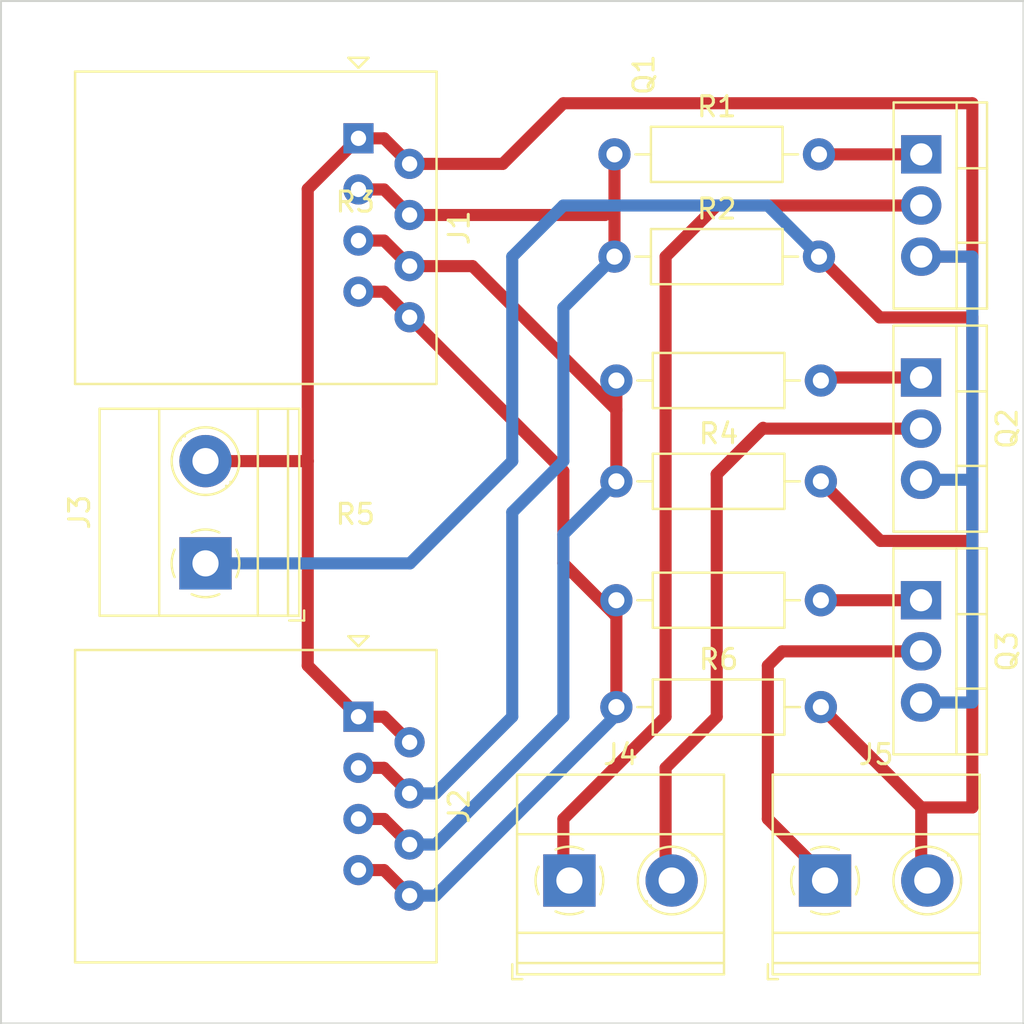
<source format=kicad_pcb>
(kicad_pcb (version 20221018) (generator pcbnew)
  (layers (0 "F.Cu" signal) (31 "B.Cu" signal) (34 "B.Paste" user) (35 "F.Paste" user) (36 "B.SilkS" user "B.Silkscreen") (37 "F.SilkS" user "F.Silkscreen") (38 "B.Mask" user) (39 "F.Mask" user) (44 "Edge.Cuts" user))
  (net 0 "")
  (net 1 "Net-(J3-Pin_1)")
  (net 2 "Net-(J3-Pin_2)")
  (net 3 "Net-(J4-Pin_1)")
  (net 4 "Net-(J4-Pin_2)")
  (net 5 "Net-(J5-Pin_1)")
  (net 6 "Net-(Q1-G)")
  (net 7 "Net-(Q2-G)")
  (net 8 "Net-(Q3-G)")
  (net 9 "Net-(J1-Pad7)")
  (net 10 "Net-(J1-Pad5)")
  (net 11 "Net-(J1-Pad3)")
  (footprint "Package_TO_SOT_THT:TO-220-3_Vertical" (layer "F.Cu") (at 99.04963 80.571791 -90)
    (fp_text reference "Q3" (at 2.54 -4.27 90) (layer "F.SilkS"))
    (fp_text value "IRLZ44N")
    (fp_line (start -2.58 -3.27) (end -2.58 1.371) (stroke (width 0.12)) (layer "F.SilkS"))
    (fp_line (start -2.58 -3.27) (end 7.66 -3.27) (stroke (width 0.12)) (layer "F.SilkS"))
    (fp_line (start -2.58 -1.76) (end 7.66 -1.76) (stroke (width 0.12)) (layer "F.SilkS"))
    (fp_line (start -2.58 1.371) (end 7.66 1.371) (stroke (width 0.12)) (layer "F.SilkS"))
    (fp_line (start 0.69 -3.27) (end 0.69 -1.76) (stroke (width 0.12)) (layer "F.SilkS"))
    (fp_line (start 4.391 -3.27) (end 4.391 -1.76) (stroke (width 0.12)) (layer "F.SilkS"))
    (fp_line (start 7.66 -3.27) (end 7.66 1.371) (stroke (width 0.12)) (layer "F.SilkS"))
    (pad "1" thru_hole rect (at 0 0 270) (size 1.905 2) (drill 1.1) (layers "*.Cu" "*.Mask") (net 8 "Net-(Q3-G)"))
    (pad "2" thru_hole oval (at 2.54 0 270) (size 1.905 2) (drill 1.1) (layers "*.Cu" "*.Mask") (net 5 "Net-(J5-Pin_1)"))
    (pad "3" thru_hole oval (at 5.08 0 270) (size 1.905 2) (drill 1.1) (layers "*.Cu" "*.Mask") (net 2 "Net-(J3-Pin_2)"))
  )
  (footprint "Resistor_THT:R_Axial_DIN0207_L6.3mm_D2.5mm_P10.16mm_Horizontal" (layer "F.Cu") (at 83.913468 85.880248)
    (fp_text reference "R6" (at 5.08 -2.37) (layer "F.SilkS"))
    (fp_text value "1k")
    (fp_line (start 1.04 0) (end 1.81 0) (stroke (width 0.12)) (layer "F.SilkS"))
    (fp_line (start 1.81 -1.37) (end 1.81 1.37) (stroke (width 0.12)) (layer "F.SilkS"))
    (fp_line (start 1.81 1.37) (end 8.35 1.37) (stroke (width 0.12)) (layer "F.SilkS"))
    (fp_line (start 8.35 -1.37) (end 1.81 -1.37) (stroke (width 0.12)) (layer "F.SilkS"))
    (fp_line (start 8.35 1.37) (end 8.35 -1.37) (stroke (width 0.12)) (layer "F.SilkS"))
    (fp_line (start 9.12 0) (end 8.35 0) (stroke (width 0.12)) (layer "F.SilkS"))
    (pad "1" thru_hole circle (at 0 0) (size 1.6 1.6) (drill 0.8) (layers "*.Cu" "*.Mask") (net 9 "Net-(J1-Pad7)"))
    (pad "2" thru_hole oval (at 10.16 0) (size 1.6 1.6) (drill 0.8) (layers "*.Cu" "*.Mask") (net 1 "Net-(J3-Pin_1)"))
  )
  (footprint "Resistor_THT:R_Axial_DIN0207_L6.3mm_D2.5mm_P10.16mm_Horizontal" (layer "F.Cu") (at 83.913468 69.655809)
    (fp_text reference "R3" (at -12.97 -8.87) (layer "F.SilkS"))
    (fp_text value "1k")
    (fp_line (start 1.04 0) (end 1.81 0) (stroke (width 0.12)) (layer "F.SilkS"))
    (fp_line (start 1.81 -1.37) (end 1.81 1.37) (stroke (width 0.12)) (layer "F.SilkS"))
    (fp_line (start 1.81 1.37) (end 8.35 1.37) (stroke (width 0.12)) (layer "F.SilkS"))
    (fp_line (start 8.35 -1.37) (end 1.81 -1.37) (stroke (width 0.12)) (layer "F.SilkS"))
    (fp_line (start 8.35 1.37) (end 8.35 -1.37) (stroke (width 0.12)) (layer "F.SilkS"))
    (fp_line (start 9.12 0) (end 8.35 0) (stroke (width 0.12)) (layer "F.SilkS"))
    (pad "1" thru_hole circle (at 0 0) (size 1.6 1.6) (drill 0.8) (layers "*.Cu" "*.Mask") (net 10 "Net-(J1-Pad5)"))
    (pad "2" thru_hole oval (at 10.16 0) (size 1.6 1.6) (drill 0.8) (layers "*.Cu" "*.Mask") (net 7 "Net-(Q2-G)"))
  )
  (footprint "Resistor_THT:R_Axial_DIN0207_L6.3mm_D2.5mm_P10.16mm_Horizontal" (layer "F.Cu") (at 83.913468 80.571791)
    (fp_text reference "R5" (at -12.97 -4.27) (layer "F.SilkS"))
    (fp_text value "1k")
    (fp_line (start 1.04 0) (end 1.81 0) (stroke (width 0.12)) (layer "F.SilkS"))
    (fp_line (start 1.81 -1.37) (end 1.81 1.37) (stroke (width 0.12)) (layer "F.SilkS"))
    (fp_line (start 1.81 1.37) (end 8.35 1.37) (stroke (width 0.12)) (layer "F.SilkS"))
    (fp_line (start 8.35 -1.37) (end 1.81 -1.37) (stroke (width 0.12)) (layer "F.SilkS"))
    (fp_line (start 8.35 1.37) (end 8.35 -1.37) (stroke (width 0.12)) (layer "F.SilkS"))
    (fp_line (start 9.12 0) (end 8.35 0) (stroke (width 0.12)) (layer "F.SilkS"))
    (pad "1" thru_hole circle (at 0 0) (size 1.6 1.6) (drill 0.8) (layers "*.Cu" "*.Mask") (net 9 "Net-(J1-Pad7)"))
    (pad "2" thru_hole oval (at 10.16 0) (size 1.6 1.6) (drill 0.8) (layers "*.Cu" "*.Mask") (net 8 "Net-(Q3-G)"))
  )
  (footprint "Package_TO_SOT_THT:TO-220-3_Vertical" (layer "F.Cu") (at 99.06 58.42 -90)
    (fp_text reference "Q1" (at -3.96 13.78 90) (layer "F.SilkS"))
    (fp_text value "IRLZ44N")
    (fp_line (start -2.58 -3.27) (end -2.58 1.371) (stroke (width 0.12)) (layer "F.SilkS"))
    (fp_line (start -2.58 -3.27) (end 7.66 -3.27) (stroke (width 0.12)) (layer "F.SilkS"))
    (fp_line (start -2.58 -1.76) (end 7.66 -1.76) (stroke (width 0.12)) (layer "F.SilkS"))
    (fp_line (start -2.58 1.371) (end 7.66 1.371) (stroke (width 0.12)) (layer "F.SilkS"))
    (fp_line (start 0.69 -3.27) (end 0.69 -1.76) (stroke (width 0.12)) (layer "F.SilkS"))
    (fp_line (start 4.391 -3.27) (end 4.391 -1.76) (stroke (width 0.12)) (layer "F.SilkS"))
    (fp_line (start 7.66 -3.27) (end 7.66 1.371) (stroke (width 0.12)) (layer "F.SilkS"))
    (pad "1" thru_hole rect (at 0 0 270) (size 1.905 2) (drill 1.1) (layers "*.Cu" "*.Mask") (net 6 "Net-(Q1-G)"))
    (pad "2" thru_hole oval (at 2.54 0 270) (size 1.905 2) (drill 1.1) (layers "*.Cu" "*.Mask") (net 3 "Net-(J4-Pin_1)"))
    (pad "3" thru_hole oval (at 5.08 0 270) (size 1.905 2) (drill 1.1) (layers "*.Cu" "*.Mask") (net 2 "Net-(J3-Pin_2)"))
  )
  (footprint "Connector_RJ:RJ45_Amphenol_54602-x08_Horizontal" (layer "F.Cu") (at 71.1 86.36 -90)
    (fp_text reference "J2" (at 4.445 -5 90) (layer "F.SilkS"))
    (fp_text value "RJ45")
    (fp_line (start -4 -0.5) (end -4 0.5) (stroke (width 0.12)) (layer "F.SilkS"))
    (fp_line (start -4 0.5) (end -3.5 0) (stroke (width 0.12)) (layer "F.SilkS"))
    (fp_line (start -3.5 0) (end -4 -0.5) (stroke (width 0.12)) (layer "F.SilkS"))
    (fp_line (start -3.315 -3.88) (end -3.315 14.08) (stroke (width 0.12)) (layer "F.SilkS"))
    (fp_line (start -3.315 14.08) (end 12.205 14.08) (stroke (width 0.12)) (layer "F.SilkS"))
    (fp_line (start 12.205 -3.88) (end -3.315 -3.88) (stroke (width 0.12)) (layer "F.SilkS"))
    (fp_line (start 12.205 -3.88) (end 12.205 14.08) (stroke (width 0.12)) (layer "F.SilkS"))
    (pad "" np_thru_hole circle (at -1.27 6.35 270) (size 3.2 3.2) (drill 3.2) (layers "*.Cu" "*.Mask"))
    (pad "" np_thru_hole circle (at 10.16 6.35 270) (size 3.2 3.2) (drill 3.2) (layers "*.Cu" "*.Mask"))
    (pad "1" thru_hole rect (at 0 0 270) (size 1.5 1.5) (drill 0.76) (layers "*.Cu" "*.Mask") (net 2 "Net-(J3-Pin_2)"))
    (pad "2" thru_hole circle (at 1.27 -2.54 270) (size 1.5 1.5) (drill 0.76) (layers "*.Cu" "*.Mask") (net 2 "Net-(J3-Pin_2)"))
    (pad "3" thru_hole circle (at 2.54 0 270) (size 1.5 1.5) (drill 0.76) (layers "*.Cu" "*.Mask") (net 11 "Net-(J1-Pad3)"))
    (pad "4" thru_hole circle (at 3.81 -2.54 270) (size 1.5 1.5) (drill 0.76) (layers "*.Cu" "*.Mask") (net 11 "Net-(J1-Pad3)"))
    (pad "5" thru_hole circle (at 5.08 0 270) (size 1.5 1.5) (drill 0.76) (layers "*.Cu" "*.Mask") (net 10 "Net-(J1-Pad5)"))
    (pad "6" thru_hole circle (at 6.35 -2.54 270) (size 1.5 1.5) (drill 0.76) (layers "*.Cu" "*.Mask") (net 10 "Net-(J1-Pad5)"))
    (pad "7" thru_hole circle (at 7.62 0 270) (size 1.5 1.5) (drill 0.76) (layers "*.Cu" "*.Mask") (net 9 "Net-(J1-Pad7)"))
    (pad "8" thru_hole circle (at 8.89 -2.54 270) (size 1.5 1.5) (drill 0.76) (layers "*.Cu" "*.Mask") (net 9 "Net-(J1-Pad7)"))
  )
  (footprint "TerminalBlock_Phoenix:TerminalBlock_Phoenix_MKDS-1,5-2-5.08_1x02_P5.08mm_Horizontal" (layer "F.Cu") (at 94.280947 94.49763)
    (fp_text reference "J5" (at 2.54 -6.26) (layer "F.SilkS"))
    (fp_text value "Screw_Terminal_01x02" hide)
    (fp_line (start -2.84 4.16) (end -2.84 4.9) (stroke (width 0.12)) (layer "F.SilkS"))
    (fp_line (start -2.84 4.9) (end -2.34 4.9) (stroke (width 0.12)) (layer "F.SilkS"))
    (fp_line (start -2.6 -5.261) (end -2.6 4.66) (stroke (width 0.12)) (layer "F.SilkS"))
    (fp_line (start -2.6 -5.261) (end 7.68 -5.261) (stroke (width 0.12)) (layer "F.SilkS"))
    (fp_line (start -2.6 -2.301) (end 7.68 -2.301) (stroke (width 0.12)) (layer "F.SilkS"))
    (fp_line (start -2.6 2.6) (end 7.68 2.6) (stroke (width 0.12)) (layer "F.SilkS"))
    (fp_line (start -2.6 4.1) (end 7.68 4.1) (stroke (width 0.12)) (layer "F.SilkS"))
    (fp_line (start -2.6 4.66) (end 7.68 4.66) (stroke (width 0.12)) (layer "F.SilkS"))
    (fp_line (start 3.853 1.023) (end 3.806 1.069) (stroke (width 0.12)) (layer "F.SilkS"))
    (fp_line (start 4.046 1.239) (end 4.011 1.274) (stroke (width 0.12)) (layer "F.SilkS"))
    (fp_line (start 6.15 -1.275) (end 6.115 -1.239) (stroke (width 0.12)) (layer "F.SilkS"))
    (fp_line (start 6.355 -1.069) (end 6.308 -1.023) (stroke (width 0.12)) (layer "F.SilkS"))
    (fp_line (start 7.68 -5.261) (end 7.68 4.66) (stroke (width 0.12)) (layer "F.SilkS"))
    (fp_arc (start -1.535427 0.683042) (mid -1.680501 -0.000524) (end -1.535 -0.684) (stroke (width 0.12)) (layer "F.SilkS"))
    (fp_arc (start -0.683042 -1.535427) (mid 0.000524 -1.680501) (end 0.684 -1.535) (stroke (width 0.12)) (layer "F.SilkS"))
    (fp_arc (start 0.028805 1.680253) (mid -0.335551 1.646659) (end -0.684 1.535) (stroke (width 0.12)) (layer "F.SilkS"))
    (fp_arc (start 0.683318 1.534756) (mid 0.349292 1.643288) (end 0 1.68) (stroke (width 0.12)) (layer "F.SilkS"))
    (fp_arc (start 1.535427 -0.683042) (mid 1.680501 0.000524) (end 1.535 0.684) (stroke (width 0.12)) (layer "F.SilkS"))
    (fp_circle (center 5.08 0) (end 6.76 0) (stroke (width 0.12)) (fill none) (layer "F.SilkS"))
    (pad "1" thru_hole rect (at 0 0) (size 2.6 2.6) (drill 1.3) (layers "*.Cu" "*.Mask") (net 5 "Net-(J5-Pin_1)"))
    (pad "2" thru_hole circle (at 5.08 0) (size 2.6 2.6) (drill 1.3) (layers "*.Cu" "*.Mask") (net 1 "Net-(J3-Pin_1)"))
  )
  (footprint "Connector_RJ:RJ45_Amphenol_54602-x08_Horizontal" (layer "F.Cu") (at 71.1 57.6225 -90)
    (fp_text reference "J1" (at 4.445 -5 90) (layer "F.SilkS"))
    (fp_text value "RJ45")
    (fp_line (start -4 -0.5) (end -4 0.5) (stroke (width 0.12)) (layer "F.SilkS"))
    (fp_line (start -4 0.5) (end -3.5 0) (stroke (width 0.12)) (layer "F.SilkS"))
    (fp_line (start -3.5 0) (end -4 -0.5) (stroke (width 0.12)) (layer "F.SilkS"))
    (fp_line (start -3.315 -3.88) (end -3.315 14.08) (stroke (width 0.12)) (layer "F.SilkS"))
    (fp_line (start -3.315 14.08) (end 12.205 14.08) (stroke (width 0.12)) (layer "F.SilkS"))
    (fp_line (start 12.205 -3.88) (end -3.315 -3.88) (stroke (width 0.12)) (layer "F.SilkS"))
    (fp_line (start 12.205 -3.88) (end 12.205 14.08) (stroke (width 0.12)) (layer "F.SilkS"))
    (pad "" np_thru_hole circle (at -1.27 6.35 270) (size 3.2 3.2) (drill 3.2) (layers "*.Cu" "*.Mask"))
    (pad "" np_thru_hole circle (at 10.16 6.35 270) (size 3.2 3.2) (drill 3.2) (layers "*.Cu" "*.Mask"))
    (pad "1" thru_hole rect (at 0 0 270) (size 1.5 1.5) (drill 0.76) (layers "*.Cu" "*.Mask") (net 2 "Net-(J3-Pin_2)"))
    (pad "2" thru_hole circle (at 1.27 -2.54 270) (size 1.5 1.5) (drill 0.76) (layers "*.Cu" "*.Mask") (net 2 "Net-(J3-Pin_2)"))
    (pad "3" thru_hole circle (at 2.54 0 270) (size 1.5 1.5) (drill 0.76) (layers "*.Cu" "*.Mask") (net 11 "Net-(J1-Pad3)"))
    (pad "4" thru_hole circle (at 3.81 -2.54 270) (size 1.5 1.5) (drill 0.76) (layers "*.Cu" "*.Mask") (net 11 "Net-(J1-Pad3)"))
    (pad "5" thru_hole circle (at 5.08 0 270) (size 1.5 1.5) (drill 0.76) (layers "*.Cu" "*.Mask") (net 10 "Net-(J1-Pad5)"))
    (pad "6" thru_hole circle (at 6.35 -2.54 270) (size 1.5 1.5) (drill 0.76) (layers "*.Cu" "*.Mask") (net 10 "Net-(J1-Pad5)"))
    (pad "7" thru_hole circle (at 7.62 0 270) (size 1.5 1.5) (drill 0.76) (layers "*.Cu" "*.Mask") (net 9 "Net-(J1-Pad7)"))
    (pad "8" thru_hole circle (at 8.89 -2.54 270) (size 1.5 1.5) (drill 0.76) (layers "*.Cu" "*.Mask") (net 9 "Net-(J1-Pad7)"))
  )
  (footprint "Resistor_THT:R_Axial_DIN0207_L6.3mm_D2.5mm_P10.16mm_Horizontal" (layer "F.Cu") (at 83.913468 74.665198)
    (fp_text reference "R4" (at 5.08 -2.37) (layer "F.SilkS"))
    (fp_text value "1k")
    (fp_line (start 1.04 0) (end 1.81 0) (stroke (width 0.12)) (layer "F.SilkS"))
    (fp_line (start 1.81 -1.37) (end 1.81 1.37) (stroke (width 0.12)) (layer "F.SilkS"))
    (fp_line (start 1.81 1.37) (end 8.35 1.37) (stroke (width 0.12)) (layer "F.SilkS"))
    (fp_line (start 8.35 -1.37) (end 1.81 -1.37) (stroke (width 0.12)) (layer "F.SilkS"))
    (fp_line (start 8.35 1.37) (end 8.35 -1.37) (stroke (width 0.12)) (layer "F.SilkS"))
    (fp_line (start 9.12 0) (end 8.35 0) (stroke (width 0.12)) (layer "F.SilkS"))
    (pad "1" thru_hole circle (at 0 0) (size 1.6 1.6) (drill 0.8) (layers "*.Cu" "*.Mask") (net 10 "Net-(J1-Pad5)"))
    (pad "2" thru_hole oval (at 10.16 0) (size 1.6 1.6) (drill 0.8) (layers "*.Cu" "*.Mask") (net 1 "Net-(J3-Pin_1)"))
  )
  (footprint "Package_TO_SOT_THT:TO-220-3_Vertical" (layer "F.Cu") (at 99.04963 69.506275 -90)
    (fp_text reference "Q2" (at 2.54 -4.27 90) (layer "F.SilkS"))
    (fp_text value "IRLZ44N")
    (fp_line (start -2.58 -3.27) (end -2.58 1.371) (stroke (width 0.12)) (layer "F.SilkS"))
    (fp_line (start -2.58 -3.27) (end 7.66 -3.27) (stroke (width 0.12)) (layer "F.SilkS"))
    (fp_line (start -2.58 -1.76) (end 7.66 -1.76) (stroke (width 0.12)) (layer "F.SilkS"))
    (fp_line (start -2.58 1.371) (end 7.66 1.371) (stroke (width 0.12)) (layer "F.SilkS"))
    (fp_line (start 0.69 -3.27) (end 0.69 -1.76) (stroke (width 0.12)) (layer "F.SilkS"))
    (fp_line (start 4.391 -3.27) (end 4.391 -1.76) (stroke (width 0.12)) (layer "F.SilkS"))
    (fp_line (start 7.66 -3.27) (end 7.66 1.371) (stroke (width 0.12)) (layer "F.SilkS"))
    (pad "1" thru_hole rect (at 0 0 270) (size 1.905 2) (drill 1.1) (layers "*.Cu" "*.Mask") (net 7 "Net-(Q2-G)"))
    (pad "2" thru_hole oval (at 2.54 0 270) (size 1.905 2) (drill 1.1) (layers "*.Cu" "*.Mask") (net 4 "Net-(J4-Pin_2)"))
    (pad "3" thru_hole oval (at 5.08 0 270) (size 1.905 2) (drill 1.1) (layers "*.Cu" "*.Mask") (net 2 "Net-(J3-Pin_2)"))
  )
  (footprint "Resistor_THT:R_Axial_DIN0207_L6.3mm_D2.5mm_P10.16mm_Horizontal" (layer "F.Cu") (at 83.82 63.5)
    (fp_text reference "R2" (at 5.08 -2.37) (layer "F.SilkS"))
    (fp_text value "1k")
    (fp_line (start 1.04 0) (end 1.81 0) (stroke (width 0.12)) (layer "F.SilkS"))
    (fp_line (start 1.81 -1.37) (end 1.81 1.37) (stroke (width 0.12)) (layer "F.SilkS"))
    (fp_line (start 1.81 1.37) (end 8.35 1.37) (stroke (width 0.12)) (layer "F.SilkS"))
    (fp_line (start 8.35 -1.37) (end 1.81 -1.37) (stroke (width 0.12)) (layer "F.SilkS"))
    (fp_line (start 8.35 1.37) (end 8.35 -1.37) (stroke (width 0.12)) (layer "F.SilkS"))
    (fp_line (start 9.12 0) (end 8.35 0) (stroke (width 0.12)) (layer "F.SilkS"))
    (pad "1" thru_hole circle (at 0 0) (size 1.6 1.6) (drill 0.8) (layers "*.Cu" "*.Mask") (net 11 "Net-(J1-Pad3)"))
    (pad "2" thru_hole oval (at 10.16 0) (size 1.6 1.6) (drill 0.8) (layers "*.Cu" "*.Mask") (net 1 "Net-(J3-Pin_1)"))
  )
  (footprint "TerminalBlock_Phoenix:TerminalBlock_Phoenix_MKDS-1,5-2-5.08_1x02_P5.08mm_Horizontal" (layer "F.Cu") (at 81.580947 94.49763)
    (fp_text reference "J4" (at 2.54 -6.26) (layer "F.SilkS"))
    (fp_text value "Screw_Terminal_01x02" hide)
    (fp_line (start -2.84 4.16) (end -2.84 4.9) (stroke (width 0.12)) (layer "F.SilkS"))
    (fp_line (start -2.84 4.9) (end -2.34 4.9) (stroke (width 0.12)) (layer "F.SilkS"))
    (fp_line (start -2.6 -5.261) (end -2.6 4.66) (stroke (width 0.12)) (layer "F.SilkS"))
    (fp_line (start -2.6 -5.261) (end 7.68 -5.261) (stroke (width 0.12)) (layer "F.SilkS"))
    (fp_line (start -2.6 -2.301) (end 7.68 -2.301) (stroke (width 0.12)) (layer "F.SilkS"))
    (fp_line (start -2.6 2.6) (end 7.68 2.6) (stroke (width 0.12)) (layer "F.SilkS"))
    (fp_line (start -2.6 4.1) (end 7.68 4.1) (stroke (width 0.12)) (layer "F.SilkS"))
    (fp_line (start -2.6 4.66) (end 7.68 4.66) (stroke (width 0.12)) (layer "F.SilkS"))
    (fp_line (start 3.853 1.023) (end 3.806 1.069) (stroke (width 0.12)) (layer "F.SilkS"))
    (fp_line (start 4.046 1.239) (end 4.011 1.274) (stroke (width 0.12)) (layer "F.SilkS"))
    (fp_line (start 6.15 -1.275) (end 6.115 -1.239) (stroke (width 0.12)) (layer "F.SilkS"))
    (fp_line (start 6.355 -1.069) (end 6.308 -1.023) (stroke (width 0.12)) (layer "F.SilkS"))
    (fp_line (start 7.68 -5.261) (end 7.68 4.66) (stroke (width 0.12)) (layer "F.SilkS"))
    (fp_arc (start -1.535427 0.683042) (mid -1.680501 -0.000524) (end -1.535 -0.684) (stroke (width 0.12)) (layer "F.SilkS"))
    (fp_arc (start -0.683042 -1.535427) (mid 0.000524 -1.680501) (end 0.684 -1.535) (stroke (width 0.12)) (layer "F.SilkS"))
    (fp_arc (start 0.028805 1.680253) (mid -0.335551 1.646659) (end -0.684 1.535) (stroke (width 0.12)) (layer "F.SilkS"))
    (fp_arc (start 0.683318 1.534756) (mid 0.349292 1.643288) (end 0 1.68) (stroke (width 0.12)) (layer "F.SilkS"))
    (fp_arc (start 1.535427 -0.683042) (mid 1.680501 0.000524) (end 1.535 0.684) (stroke (width 0.12)) (layer "F.SilkS"))
    (fp_circle (center 5.08 0) (end 6.76 0) (stroke (width 0.12)) (fill none) (layer "F.SilkS"))
    (pad "1" thru_hole rect (at 0 0) (size 2.6 2.6) (drill 1.3) (layers "*.Cu" "*.Mask") (net 3 "Net-(J4-Pin_1)"))
    (pad "2" thru_hole circle (at 5.08 0) (size 2.6 2.6) (drill 1.3) (layers "*.Cu" "*.Mask") (net 4 "Net-(J4-Pin_2)"))
  )
  (footprint "Resistor_THT:R_Axial_DIN0207_L6.3mm_D2.5mm_P10.16mm_Horizontal" (layer "F.Cu") (at 83.82 58.42)
    (fp_text reference "R1" (at 5.08 -2.37) (layer "F.SilkS"))
    (fp_text value "1k")
    (fp_line (start 1.04 0) (end 1.81 0) (stroke (width 0.12)) (layer "F.SilkS"))
    (fp_line (start 1.81 -1.37) (end 1.81 1.37) (stroke (width 0.12)) (layer "F.SilkS"))
    (fp_line (start 1.81 1.37) (end 8.35 1.37) (stroke (width 0.12)) (layer "F.SilkS"))
    (fp_line (start 8.35 -1.37) (end 1.81 -1.37) (stroke (width 0.12)) (layer "F.SilkS"))
    (fp_line (start 8.35 1.37) (end 8.35 -1.37) (stroke (width 0.12)) (layer "F.SilkS"))
    (fp_line (start 9.12 0) (end 8.35 0) (stroke (width 0.12)) (layer "F.SilkS"))
    (pad "1" thru_hole circle (at 0 0) (size 1.6 1.6) (drill 0.8) (layers "*.Cu" "*.Mask") (net 11 "Net-(J1-Pad3)"))
    (pad "2" thru_hole oval (at 10.16 0) (size 1.6 1.6) (drill 0.8) (layers "*.Cu" "*.Mask") (net 6 "Net-(Q1-G)"))
  )
  (footprint "TerminalBlock_Phoenix:TerminalBlock_Phoenix_MKDS-1,5-2-5.08_1x02_P5.08mm_Horizontal" (layer "F.Cu") (at 63.5 78.74 90)
    (fp_text reference "J3" (at 2.54 -6.26 90) (layer "F.SilkS"))
    (fp_text value "Screw_Terminal_01x02" hide)
    (fp_line (start -2.84 4.16) (end -2.84 4.9) (stroke (width 0.12)) (layer "F.SilkS"))
    (fp_line (start -2.84 4.9) (end -2.34 4.9) (stroke (width 0.12)) (layer "F.SilkS"))
    (fp_line (start -2.6 -5.261) (end -2.6 4.66) (stroke (width 0.12)) (layer "F.SilkS"))
    (fp_line (start -2.6 -5.261) (end 7.68 -5.261) (stroke (width 0.12)) (layer "F.SilkS"))
    (fp_line (start -2.6 -2.301) (end 7.68 -2.301) (stroke (width 0.12)) (layer "F.SilkS"))
    (fp_line (start -2.6 2.6) (end 7.68 2.6) (stroke (width 0.12)) (layer "F.SilkS"))
    (fp_line (start -2.6 4.1) (end 7.68 4.1) (stroke (width 0.12)) (layer "F.SilkS"))
    (fp_line (start -2.6 4.66) (end 7.68 4.66) (stroke (width 0.12)) (layer "F.SilkS"))
    (fp_line (start 3.853 1.023) (end 3.806 1.069) (stroke (width 0.12)) (layer "F.SilkS"))
    (fp_line (start 4.046 1.239) (end 4.011 1.274) (stroke (width 0.12)) (layer "F.SilkS"))
    (fp_line (start 6.15 -1.275) (end 6.115 -1.239) (stroke (width 0.12)) (layer "F.SilkS"))
    (fp_line (start 6.355 -1.069) (end 6.308 -1.023) (stroke (width 0.12)) (layer "F.SilkS"))
    (fp_line (start 7.68 -5.261) (end 7.68 4.66) (stroke (width 0.12)) (layer "F.SilkS"))
    (fp_arc (start -1.535427 0.683042) (mid -1.680501 -0.000524) (end -1.535 -0.684) (stroke (width 0.12)) (layer "F.SilkS"))
    (fp_arc (start -0.683042 -1.535427) (mid 0.000524 -1.680501) (end 0.684 -1.535) (stroke (width 0.12)) (layer "F.SilkS"))
    (fp_arc (start 0.028805 1.680253) (mid -0.335551 1.646659) (end -0.684 1.535) (stroke (width 0.12)) (layer "F.SilkS"))
    (fp_arc (start 0.683318 1.534756) (mid 0.349292 1.643288) (end 0 1.68) (stroke (width 0.12)) (layer "F.SilkS"))
    (fp_arc (start 1.535427 -0.683042) (mid 1.680501 0.000524) (end 1.535 0.684) (stroke (width 0.12)) (layer "F.SilkS"))
    (fp_circle (center 5.08 0) (end 6.76 0) (stroke (width 0.12)) (fill none) (layer "F.SilkS"))
    (pad "1" thru_hole rect (at 0 0 90) (size 2.6 2.6) (drill 1.3) (layers "*.Cu" "*.Mask") (net 1 "Net-(J3-Pin_1)"))
    (pad "2" thru_hole circle (at 5.08 0 90) (size 2.6 2.6) (drill 1.3) (layers "*.Cu" "*.Mask") (net 2 "Net-(J3-Pin_2)"))
  )
  (gr_rect (start 53.34 50.8) (end 104.14 101.6) (stroke (width 0.1)) (fill none) (layer "Edge.Cuts"))
  (segment (start 99.06 90.86678) (end 101.6 90.86678) (width 0.6) (layer "F.Cu") (net 1))
  (segment (start 94.073468 74.665198) (end 97.032998 77.624728) (width 0.6) (layer "F.Cu") (net 1))
  (segment (start 99.360947 94.49763) (end 99.360947 94.280947) (width 0.25) (layer "F.Cu") (net 1))
  (segment (start 97.032998 77.624728) (end 101.585699 77.624728) (width 0.6) (layer "F.Cu") (net 1))
  (segment (start 101.585699 77.624728) (end 101.6 77.639029) (width 0.6) (layer "F.Cu") (net 1))
  (segment (start 97.001829 66.521829) (end 101.6 66.521829) (width 0.6) (layer "F.Cu") (net 1))
  (segment (start 99.06 90.86678) (end 94.073468 85.880248) (width 0.6) (layer "F.Cu") (net 1))
  (segment (start 101.6 90.86678) (end 101.6 77.639029) (width 0.6) (layer "F.Cu") (net 1))
  (segment (start 93.98 63.5) (end 97.001829 66.521829) (width 0.6) (layer "F.Cu") (net 1))
  (segment (start 101.6 77.639029) (end 101.6 66.521829) (width 0.6) (layer "F.Cu") (net 1))
  (segment (start 99.360947 94.280947) (end 99.06 93.98) (width 0.25) (layer "F.Cu") (net 1))
  (segment (start 99.06 93.98) (end 99.06 90.86678) (width 0.6) (layer "F.Cu") (net 1))
  (segment (start 91.44 60.96) (end 93.98 63.5) (width 0.6) (layer "B.Cu") (net 1))
  (segment (start 78.74 73.66) (end 78.74 63.5) (width 0.6) (layer "B.Cu") (net 1))
  (segment (start 81.28 60.96) (end 91.44 60.96) (width 0.6) (layer "B.Cu") (net 1))
  (segment (start 73.66 78.74) (end 78.74 73.66) (width 0.6) (layer "B.Cu") (net 1))
  (segment (start 78.74 63.5) (end 81.28 60.96) (width 0.6) (layer "B.Cu") (net 1))
  (segment (start 63.5 78.74) (end 73.66 78.74) (width 0.6) (layer "B.Cu") (net 1))
  (segment (start 72.37 57.6225) (end 73.64 58.8925) (width 0.6) (layer "F.Cu") (net 2))
  (segment (start 71.1 86.36) (end 72.37 86.36) (width 0.6) (layer "F.Cu") (net 2))
  (segment (start 78.2675 58.8925) (end 81.28 55.88) (width 0.6) (layer "F.Cu") (net 2))
  (segment (start 68.58 83.82) (end 71.1 86.34) (width 0.6) (layer "F.Cu") (net 2))
  (segment (start 81.28 55.88) (end 101.6 55.88) (width 0.6) (layer "F.Cu") (net 2))
  (segment (start 72.37 86.36) (end 73.64 87.63) (width 0.6) (layer "F.Cu") (net 2))
  (segment (start 101.6 63.5) (end 99.06 63.5) (width 0.6) (layer "F.Cu") (net 2))
  (segment (start 71.1 86.34) (end 71.1 86.36) (width 0.6) (layer "F.Cu") (net 2))
  (segment (start 73.64 58.8925) (end 78.2675 58.8925) (width 0.6) (layer "F.Cu") (net 2))
  (segment (start 101.6 63.5) (end 101.6 55.88) (width 0.6) (layer "F.Cu") (net 2))
  (segment (start 63.5 73.66) (end 68.58 73.66) (width 0.6) (layer "F.Cu") (net 2))
  (segment (start 68.58 60.1425) (end 68.58 73.66) (width 0.6) (layer "F.Cu") (net 2))
  (segment (start 71.1 57.6225) (end 72.37 57.6225) (width 0.6) (layer "F.Cu") (net 2))
  (segment (start 71.1 57.6225) (end 68.58 60.1425) (width 0.6) (layer "F.Cu") (net 2))
  (segment (start 68.58 73.66) (end 68.58 83.82) (width 0.6) (layer "F.Cu") (net 2))
  (segment (start 99.06 63.5) (end 101.6 63.5) (width 0.6) (layer "B.Cu") (net 2))
  (segment (start 101.6 74.586275) (end 101.6 85.651791) (width 0.6) (layer "B.Cu") (net 2))
  (segment (start 99.04963 74.586275) (end 101.6 74.586275) (width 0.6) (layer "B.Cu") (net 2))
  (segment (start 99.04963 85.651791) (end 101.6 85.651791) (width 0.6) (layer "B.Cu") (net 2))
  (segment (start 101.6 63.5) (end 101.6 74.586275) (width 0.6) (layer "B.Cu") (net 2))
  (segment (start 86.36 63.5) (end 88.9 60.96) (width 0.6) (layer "F.Cu") (net 3))
  (segment (start 86.36 86.36) (end 86.36 63.5) (width 0.6) (layer "F.Cu") (net 3))
  (segment (start 81.28 91.44) (end 86.36 86.36) (width 0.6) (layer "F.Cu") (net 3))
  (segment (start 88.9 60.96) (end 99.06 60.96) (width 0.6) (layer "F.Cu") (net 3))
  (segment (start 81.580947 94.49763) (end 81.580947 94.280947) (width 0.25) (layer "F.Cu") (net 3))
  (segment (start 81.580947 94.280947) (end 81.28 93.98) (width 0.25) (layer "F.Cu") (net 3))
  (segment (start 81.28 93.98) (end 81.28 91.44) (width 0.6) (layer "F.Cu") (net 3))
  (segment (start 86.36 93.98) (end 86.36 88.9) (width 0.6) (layer "F.Cu") (net 4))
  (segment (start 91.163782 72.046275) (end 88.9 74.310057) (width 0.6) (layer "F.Cu") (net 4))
  (segment (start 88.9 86.36) (end 88.9 74.310057) (width 0.6) (layer "F.Cu") (net 4))
  (segment (start 86.36 88.9) (end 88.9 86.36) (width 0.6) (layer "F.Cu") (net 4))
  (segment (start 86.660947 94.280947) (end 86.36 93.98) (width 0.25) (layer "F.Cu") (net 4))
  (segment (start 86.660947 94.49763) (end 86.660947 94.280947) (width 0.25) (layer "F.Cu") (net 4))
  (segment (start 88.9 74.310057) (end 91.207393 72.002664) (width 0.6) (layer "F.Cu") (net 4))
  (segment (start 99.04963 72.046275) (end 91.163782 72.046275) (width 0.6) (layer "F.Cu") (net 4))
  (segment (start 91.44 83.82) (end 91.44 91.44) (width 0.6) (layer "F.Cu") (net 5))
  (segment (start 99.04963 83.111791) (end 92.148209 83.111791) (width 0.6) (layer "F.Cu") (net 5))
  (segment (start 94.280947 94.280947) (end 93.98 93.98) (width 0.25) (layer "F.Cu") (net 5))
  (segment (start 93.98 94.196683) (end 94.280947 94.49763) (width 0.25) (layer "F.Cu") (net 5))
  (segment (start 94.280947 94.49763) (end 94.280947 94.280947) (width 0.25) (layer "F.Cu") (net 5))
  (segment (start 91.44 91.44) (end 93.98 93.98) (width 0.6) (layer "F.Cu") (net 5))
  (segment (start 93.98 93.98) (end 93.98 94.196683) (width 0.25) (layer "F.Cu") (net 5))
  (segment (start 92.148209 83.111791) (end 91.44 83.82) (width 0.6) (layer "F.Cu") (net 5))
  (segment (start 99.06 58.42) (end 93.98 58.42) (width 0.6) (layer "F.Cu") (net 6))
  (segment (start 94.223002 69.506275) (end 94.073468 69.655809) (width 0.6) (layer "F.Cu") (net 7))
  (segment (start 99.04963 69.506275) (end 94.223002 69.506275) (width 0.6) (layer "F.Cu") (net 7))
  (segment (start 99.04963 80.571791) (end 94.073468 80.571791) (width 0.6) (layer "F.Cu") (net 8))
  (segment (start 81.28 74.1525) (end 81.28 78.74) (width 0.6) (layer "F.Cu") (net 9))
  (segment (start 81.28 78.74) (end 83.82 81.28) (width 0.6) (layer "F.Cu") (net 9))
  (segment (start 83.913468 81.28) (end 83.913468 85.880248) (width 0.6) (layer "F.Cu") (net 9))
  (segment (start 71.1 93.98) (end 72.37 93.98) (width 0.6) (layer "F.Cu") (net 9))
  (segment (start 83.82 81.28) (end 83.913468 81.28) (width 0.6) (layer "F.Cu") (net 9))
  (segment (start 83.913468 80.571791) (end 83.913468 81.28) (width 0.6) (layer "F.Cu") (net 9))
  (segment (start 71.1 65.2425) (end 72.37 65.2425) (width 0.6) (layer "F.Cu") (net 9))
  (segment (start 73.64 66.5125) (end 81.28 74.1525) (width 0.6) (layer "F.Cu") (net 9))
  (segment (start 72.37 65.2425) (end 73.64 66.5125) (width 0.6) (layer "F.Cu") (net 9))
  (segment (start 72.37 93.98) (end 73.64 95.25) (width 0.6) (layer "F.Cu") (net 9))
  (segment (start 83.82 85.973716) (end 83.913468 85.880248) (width 0.6) (layer "B.Cu") (net 9))
  (segment (start 74.93 95.25) (end 83.82 86.36) (width 0.6) (layer "B.Cu") (net 9))
  (segment (start 83.82 86.36) (end 83.82 85.973716) (width 0.6) (layer "B.Cu") (net 9))
  (segment (start 73.64 95.25) (end 74.93 95.25) (width 0.6) (layer "B.Cu") (net 9))
  (segment (start 72.37 62.7025) (end 73.64 63.9725) (width 0.6) (layer "F.Cu") (net 10))
  (segment (start 83.913468 69.655809) (end 83.913468 71.12) (width 0.6) (layer "F.Cu") (net 10))
  (segment (start 76.765968 63.9725) (end 83.913468 71.12) (width 0.6) (layer "F.Cu") (net 10))
  (segment (start 83.913468 71.12) (end 83.913468 74.665198) (width 0.6) (layer "F.Cu") (net 10))
  (segment (start 73.64 63.9725) (end 76.765968 63.9725) (width 0.6) (layer "F.Cu") (net 10))
  (segment (start 71.1 91.44) (end 72.37 91.44) (width 0.6) (layer "F.Cu") (net 10))
  (segment (start 71.1 62.7025) (end 72.37 62.7025) (width 0.6) (layer "F.Cu") (net 10))
  (segment (start 72.37 91.44) (end 73.64 92.71) (width 0.6) (layer "F.Cu") (net 10))
  (segment (start 74.93 92.71) (end 81.28 86.36) (width 0.6) (layer "B.Cu") (net 10))
  (segment (start 81.28 77.298666) (end 83.913468 74.665198) (width 0.6) (layer "B.Cu") (net 10))
  (segment (start 81.28 86.36) (end 81.28 77.298666) (width 0.6) (layer "B.Cu") (net 10))
  (segment (start 73.64 92.71) (end 74.93 92.71) (width 0.6) (layer "B.Cu") (net 10))
  (segment (start 73.64 61.4325) (end 83.3475 61.4325) (width 0.6) (layer "F.Cu") (net 11))
  (segment (start 83.82 58.42) (end 83.82 60.96) (width 0.6) (layer "F.Cu") (net 11))
  (segment (start 71.1 88.9) (end 72.37 88.9) (width 0.6) (layer "F.Cu") (net 11))
  (segment (start 72.37 88.9) (end 73.64 90.17) (width 0.6) (layer "F.Cu") (net 11))
  (segment (start 83.82 60.96) (end 83.82 63.5) (width 0.6) (layer "F.Cu") (net 11))
  (segment (start 71.1 60.1625) (end 72.37 60.1625) (width 0.6) (layer "F.Cu") (net 11))
  (segment (start 72.37 60.1625) (end 73.64 61.4325) (width 0.6) (layer "F.Cu") (net 11))
  (segment (start 83.3475 61.4325) (end 83.82 60.96) (width 0.6) (layer "F.Cu") (net 11))
  (segment (start 74.93 90.17) (end 78.74 86.36) (width 0.6) (layer "B.Cu") (net 11))
  (segment (start 78.74 76.2) (end 81.28 73.66) (width 0.6) (layer "B.Cu") (net 11))
  (segment (start 81.28 66.04) (end 83.82 63.5) (width 0.6) (layer "B.Cu") (net 11))
  (segment (start 78.74 86.36) (end 78.74 76.2) (width 0.6) (layer "B.Cu") (net 11))
  (segment (start 81.28 73.66) (end 81.28 66.04) (width 0.6) (layer "B.Cu") (net 11))
  (segment (start 73.64 90.17) (end 74.93 90.17) (width 0.6) (layer "B.Cu") (net 11))
)
</source>
